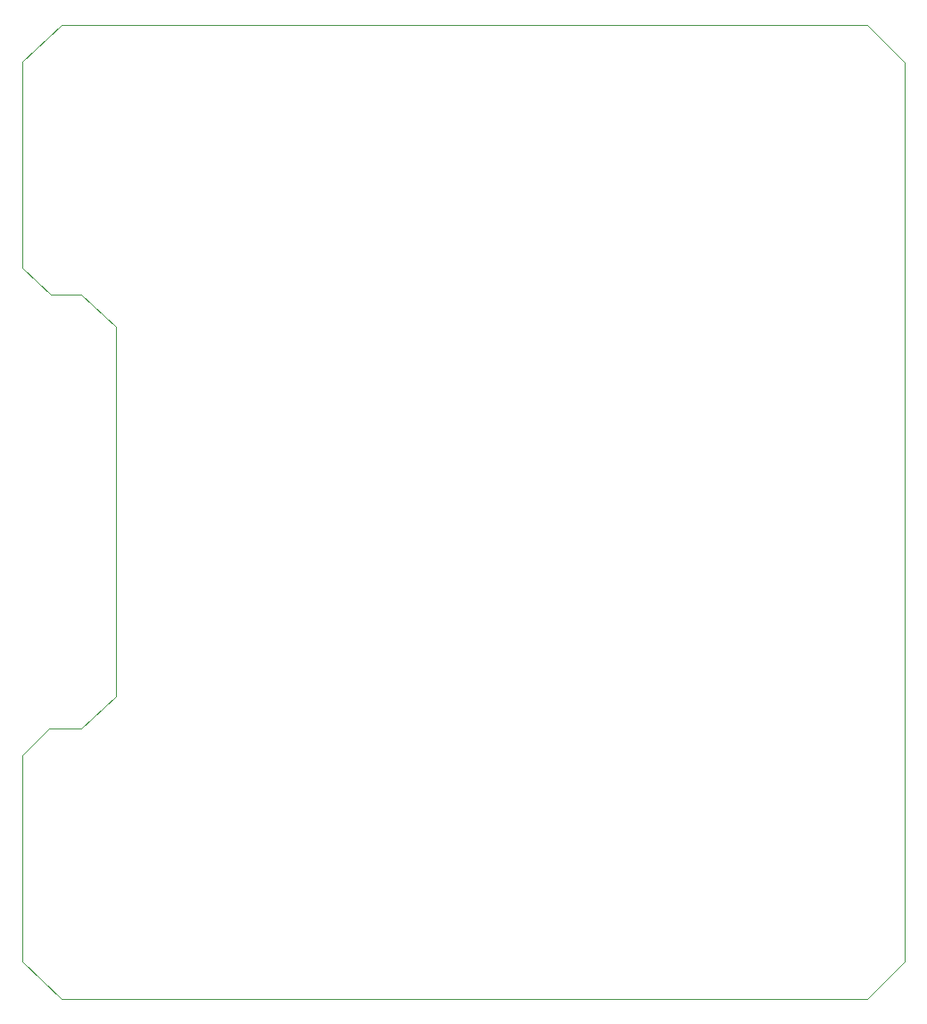
<source format=gbr>
G04 #@! TF.GenerationSoftware,KiCad,Pcbnew,9.0.3*
G04 #@! TF.CreationDate,2026-02-18T15:21:07+00:00*
G04 #@! TF.ProjectId,nevb_mtr1_c_1,6e657662-5f6d-4747-9231-5f635f312e6b,01*
G04 #@! TF.SameCoordinates,Original*
G04 #@! TF.FileFunction,Profile,NP*
%FSLAX46Y46*%
G04 Gerber Fmt 4.6, Leading zero omitted, Abs format (unit mm)*
G04 Created by KiCad (PCBNEW 9.0.3) date 2026-02-18 15:21:07*
%MOMM*%
%LPD*%
G01*
G04 APERTURE LIST*
G04 #@! TA.AperFunction,Profile*
%ADD10C,0.100000*%
G04 #@! TD*
G04 APERTURE END LIST*
D10*
X136167000Y-128746000D02*
X139723000Y-125190000D01*
X61572690Y-103124000D02*
X58547000Y-103124000D01*
X61571912Y-61976000D02*
X64896942Y-65023973D01*
X56007000Y-59436000D02*
X58674000Y-61976000D01*
X136167000Y-36354000D02*
X59690000Y-36354000D01*
X56007000Y-125190000D02*
X59690000Y-128746000D01*
X59690000Y-36354000D02*
X56007000Y-39864000D01*
X56007000Y-39864000D02*
X56007000Y-59436000D01*
X64896942Y-65023973D02*
X64892936Y-100075973D01*
X56007000Y-105664000D02*
X56007000Y-125190000D01*
X58674000Y-61976000D02*
X61571912Y-61976000D01*
X64892936Y-100075973D02*
X61572690Y-103124000D01*
X59690000Y-128746000D02*
X136167000Y-128746000D01*
X58547000Y-103124000D02*
X56007000Y-105664000D01*
X139723000Y-125190000D02*
X139723000Y-39910000D01*
X139723000Y-39910000D02*
X136167000Y-36354000D01*
M02*

</source>
